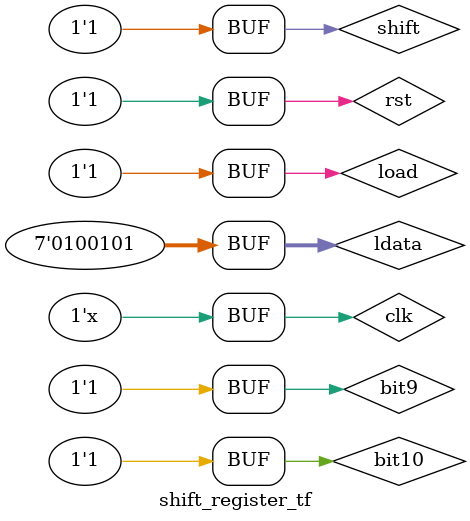
<source format=v>
`timescale 1ns / 1ps


module shift_register_tf;

	// Inputs
	reg clk;
	reg rst;
	reg load;
	reg shift;
	reg bit10;
	reg bit9;
	reg [6:0] ldata;

	// Outputs
	wire Tx;

	// Instantiate the Unit Under Test (UUT)
	shift_register uut (
		.clk(clk), 
		.rst(rst), 
		.load(load), 
		.shift(shift), 
		.bit10(bit10), 
		.bit9(bit9), 
		.ldata(ldata), 
		.Tx(Tx)
	);
	always #5 clk = ~clk;
	
	initial begin
		// Initialize Inputs
		clk = 0;
		rst = 0;
		load = 0;
		shift = 0;
		bit10 = 0;
		bit9 = 0;
		ldata = 0;

		// Wait 100 ns for global reset to finish
		#100;
		// Add stimulus here
	
		//exercise reset
		rst = 1;
		load = 0;
		shift = 0;
		bit10 = 1;
		bit9 = 1;
		ldata = 7'b010_0101;
		#100;
		
		//exercise load
		//expected output 110_1001_0110
		rst = 0;
		load = 1;
		shift = 0;
		bit10 = 1;
		bit9 = 1;
		ldata = 7'b010_0101;
		#100;
		
		//exercise shift
		//expected output 111_0100_1011
		rst = 0;
		load = 0;
		shift = 1;
		bit10 = 1;
		bit9 = 1;
		ldata = 7'b010_0101;
		#100;
		
		//exercise load and shift
		rst = 0;
		load = 1;
		shift = 1;
		bit10 = 1;
		bit9 = 1;
		ldata = 7'b010_0101;
		#100;
		
		//exercise reset again
		rst = 1;
		load = 1;
		shift = 1;
		bit10 = 1;
		bit9 = 1;
		ldata = 7'b010_0101;
		#100;
		
		

	end
      
endmodule


</source>
